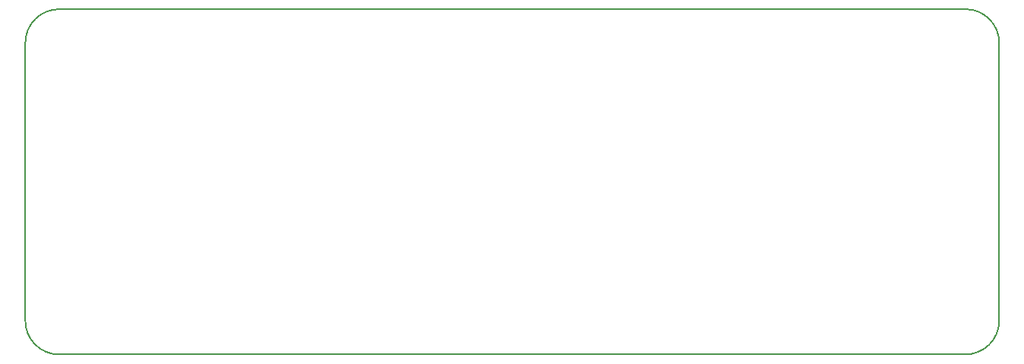
<source format=gm1>
G04 #@! TF.FileFunction,Profile,NP*
%FSLAX46Y46*%
G04 Gerber Fmt 4.6, Leading zero omitted, Abs format (unit mm)*
G04 Created by KiCad (PCBNEW 4.0.7) date 06/06/18 19:33:03*
%MOMM*%
%LPD*%
G01*
G04 APERTURE LIST*
%ADD10C,0.100000*%
%ADD11C,0.200000*%
G04 APERTURE END LIST*
D10*
D11*
X11854180Y-89192100D02*
G75*
G03X15627350Y-93050193I3757930J-98893D01*
G01*
X11854180Y-58300620D02*
X11854180Y-89151472D01*
X15717520Y-54505860D02*
G75*
G03X11859427Y-58279030I-98893J-3757930D01*
G01*
X120398540Y-89235280D02*
X120398540Y-58303123D01*
X120401080Y-58359040D02*
G75*
G03X116627910Y-54500947I-3757930J98893D01*
G01*
X116540280Y-93047820D02*
G75*
G03X120398373Y-89274650I98893J3757930D01*
G01*
X46837600Y-54505860D02*
X15646400Y-54505860D01*
X116611402Y-93050360D02*
X15542260Y-93047820D01*
X46835060Y-54505860D02*
X116692680Y-54505860D01*
M02*

</source>
